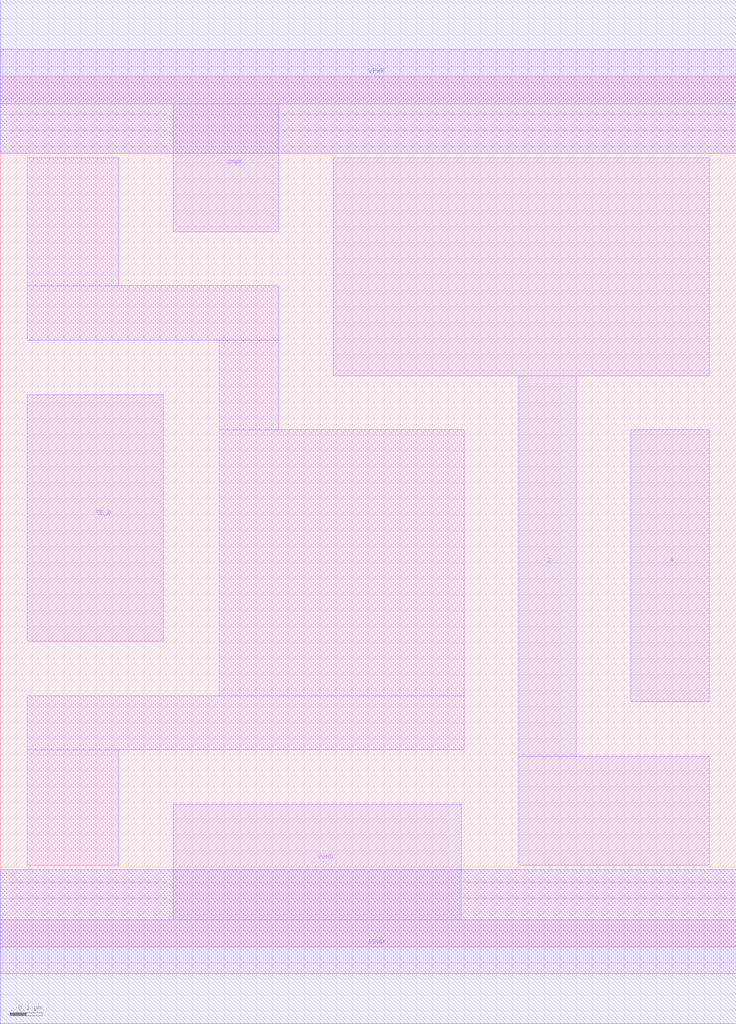
<source format=lef>
# Copyright 2020 The SkyWater PDK Authors
#
# Licensed under the Apache License, Version 2.0 (the "License");
# you may not use this file except in compliance with the License.
# You may obtain a copy of the License at
#
#     https://www.apache.org/licenses/LICENSE-2.0
#
# Unless required by applicable law or agreed to in writing, software
# distributed under the License is distributed on an "AS IS" BASIS,
# WITHOUT WARRANTIES OR CONDITIONS OF ANY KIND, either express or implied.
# See the License for the specific language governing permissions and
# limitations under the License.
#
# SPDX-License-Identifier: Apache-2.0

VERSION 5.5 ;
NAMESCASESENSITIVE ON ;
BUSBITCHARS "[]" ;
DIVIDERCHAR "/" ;
MACRO sky130_fd_sc_hd__einvn_1
  CLASS CORE ;
  SOURCE USER ;
  ORIGIN  0.000000  0.000000 ;
  SIZE  2.300000 BY  2.720000 ;
  SYMMETRY X Y R90 ;
  SITE unithd ;
  PIN A
    ANTENNAGATEAREA  0.247500 ;
    DIRECTION INPUT ;
    USE SIGNAL ;
    PORT
      LAYER li1 ;
        RECT 1.970000 0.765000 2.215000 1.615000 ;
    END
  END A
  PIN TE_B
    ANTENNAGATEAREA  0.309000 ;
    DIRECTION INPUT ;
    USE SIGNAL ;
    PORT
      LAYER li1 ;
        RECT 0.085000 0.955000 0.510000 1.725000 ;
    END
  END TE_B
  PIN Z
    ANTENNADIFFAREA  0.429000 ;
    DIRECTION OUTPUT ;
    USE SIGNAL ;
    PORT
      LAYER li1 ;
        RECT 1.040000 1.785000 2.215000 2.465000 ;
        RECT 1.620000 0.255000 2.215000 0.595000 ;
        RECT 1.620000 0.595000 1.800000 1.785000 ;
    END
  END Z
  PIN VGND
    DIRECTION INOUT ;
    SHAPE ABUTMENT ;
    USE GROUND ;
    PORT
      LAYER li1 ;
        RECT 0.000000 -0.085000 2.300000 0.085000 ;
        RECT 0.540000  0.085000 1.440000 0.445000 ;
    END
    PORT
      LAYER met1 ;
        RECT 0.000000 -0.240000 2.300000 0.240000 ;
    END
  END VGND
  PIN VNB
    DIRECTION INOUT ;
    USE GROUND ;
    PORT
    END
  END VNB
  PIN VPB
    DIRECTION INOUT ;
    USE POWER ;
    PORT
    END
  END VPB
  PIN VPWR
    DIRECTION INOUT ;
    SHAPE ABUTMENT ;
    USE POWER ;
    PORT
      LAYER li1 ;
        RECT 0.000000 2.635000 2.300000 2.805000 ;
        RECT 0.540000 2.235000 0.870000 2.635000 ;
    END
    PORT
      LAYER met1 ;
        RECT 0.000000 2.480000 2.300000 2.960000 ;
    END
  END VPWR
  OBS
    LAYER li1 ;
      RECT 0.085000 0.255000 0.370000 0.615000 ;
      RECT 0.085000 0.615000 1.450000 0.785000 ;
      RECT 0.085000 1.895000 0.870000 2.065000 ;
      RECT 0.085000 2.065000 0.370000 2.465000 ;
      RECT 0.685000 0.785000 1.450000 1.615000 ;
      RECT 0.685000 1.615000 0.870000 1.895000 ;
  END
END sky130_fd_sc_hd__einvn_1
END LIBRARY

</source>
